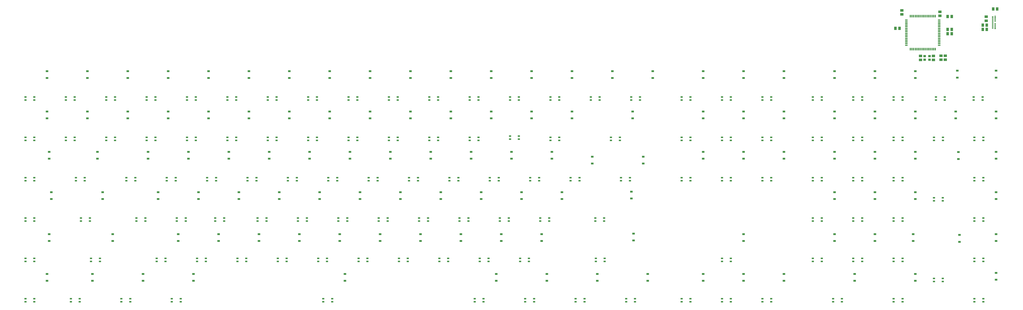
<source format=gbr>
G04 EAGLE Gerber RS-274X export*
G75*
%MOMM*%
%FSLAX34Y34*%
%LPD*%
%INSolderpaste Bottom*%
%IPPOS*%
%AMOC8*
5,1,8,0,0,1.08239X$1,22.5*%
G01*
%ADD10R,1.000000X0.750000*%
%ADD11R,1.220000X0.910000*%
%ADD12R,1.500000X1.300000*%
%ADD13R,1.300000X1.500000*%
%ADD14R,1.600000X1.300000*%
%ADD15R,1.300000X1.600000*%
%ADD16R,1.200000X1.100000*%
%ADD17R,0.558800X1.193800*%
%ADD18R,1.193800X0.558800*%
%ADD19R,0.800000X0.300000*%


D10*
X1991200Y831250D03*
X1949200Y831250D03*
X1949200Y816750D03*
X1991200Y816750D03*
X276700Y831250D03*
X234700Y831250D03*
X234700Y816750D03*
X276700Y816750D03*
X467200Y831250D03*
X425200Y831250D03*
X425200Y816750D03*
X467200Y816750D03*
X657700Y831250D03*
X615700Y831250D03*
X615700Y816750D03*
X657700Y816750D03*
X848200Y831250D03*
X806200Y831250D03*
X806200Y816750D03*
X848200Y816750D03*
X1038700Y831250D03*
X996700Y831250D03*
X996700Y816750D03*
X1038700Y816750D03*
X1229200Y831250D03*
X1187200Y831250D03*
X1187200Y816750D03*
X1229200Y816750D03*
X1419700Y831250D03*
X1377700Y831250D03*
X1377700Y816750D03*
X1419700Y816750D03*
X1610200Y831250D03*
X1568200Y831250D03*
X1568200Y816750D03*
X1610200Y816750D03*
X1800700Y831250D03*
X1758700Y831250D03*
X1758700Y816750D03*
X1800700Y816750D03*
X419600Y450250D03*
X377600Y450250D03*
X377600Y435750D03*
X419600Y435750D03*
X586300Y69250D03*
X544300Y69250D03*
X544300Y54750D03*
X586300Y54750D03*
X2015000Y69250D03*
X1973000Y69250D03*
X1973000Y54750D03*
X2015000Y54750D03*
X1276800Y259750D03*
X1234800Y259750D03*
X1234800Y245250D03*
X1276800Y245250D03*
X2705600Y640750D03*
X2663600Y640750D03*
X2663600Y626250D03*
X2705600Y626250D03*
X3610500Y1021750D03*
X3568500Y1021750D03*
X3568500Y1007250D03*
X3610500Y1007250D03*
X2658000Y831250D03*
X2616000Y831250D03*
X2616000Y816750D03*
X2658000Y816750D03*
X4372500Y69250D03*
X4330500Y69250D03*
X4330500Y54750D03*
X4372500Y54750D03*
X895800Y259750D03*
X853800Y259750D03*
X853800Y245250D03*
X895800Y245250D03*
X157600Y450250D03*
X115600Y450250D03*
X115600Y435750D03*
X157600Y435750D03*
X1848300Y259750D03*
X1806300Y259750D03*
X1806300Y245250D03*
X1848300Y245250D03*
X110000Y69250D03*
X68000Y69250D03*
X68000Y54750D03*
X110000Y54750D03*
X2729400Y69250D03*
X2687400Y69250D03*
X2687400Y54750D03*
X2729400Y54750D03*
X791367Y450248D03*
X749367Y450248D03*
X749367Y435748D03*
X791367Y435748D03*
D11*
X2051300Y953750D03*
X2051300Y921050D03*
X336800Y953750D03*
X336800Y921050D03*
X527300Y953750D03*
X527300Y921050D03*
X717800Y953750D03*
X717800Y921050D03*
X908300Y953750D03*
X908300Y921050D03*
X1098800Y953750D03*
X1098800Y921050D03*
X1289300Y953750D03*
X1289300Y921050D03*
X1479800Y953750D03*
X1479800Y921050D03*
X1670300Y953750D03*
X1670300Y921050D03*
X1860800Y953750D03*
X1860800Y921050D03*
X479700Y572750D03*
X479700Y540050D03*
X646400Y186670D03*
X646400Y153970D03*
X2075100Y186670D03*
X2075100Y153970D03*
D10*
X2181700Y837250D03*
X2139700Y837250D03*
X2139700Y822750D03*
X2181700Y822750D03*
D11*
X1336900Y374630D03*
X1336900Y341930D03*
X2768240Y740390D03*
X2768240Y707690D03*
X3670600Y1144250D03*
X3670600Y1111550D03*
X2718100Y953750D03*
X2718100Y921050D03*
X4432600Y191750D03*
X4432600Y159050D03*
X955900Y374630D03*
X955900Y341930D03*
X217700Y572750D03*
X217700Y540050D03*
X1908400Y374630D03*
X1908400Y341930D03*
X170100Y186670D03*
X170100Y153970D03*
X2789500Y186670D03*
X2789500Y153970D03*
X860700Y572750D03*
X860700Y540050D03*
X2241800Y953750D03*
X2241800Y921050D03*
X3051400Y763250D03*
X3051400Y730550D03*
X4432600Y374630D03*
X4432600Y341930D03*
X3241900Y186670D03*
X3241900Y153970D03*
X813100Y763250D03*
X813100Y730550D03*
D10*
X2991300Y640750D03*
X2949300Y640750D03*
X2949300Y626250D03*
X2991300Y626250D03*
X4372500Y259750D03*
X4330500Y259750D03*
X4330500Y245250D03*
X4372500Y245250D03*
D11*
X3241900Y763250D03*
X3241900Y730550D03*
X2711980Y575290D03*
X2711980Y542590D03*
X4259880Y370870D03*
X4259880Y338170D03*
X2432300Y953750D03*
X2432300Y921050D03*
X4254800Y762030D03*
X4254800Y729330D03*
X146300Y1144250D03*
X146300Y1111550D03*
X1051200Y572750D03*
X1051200Y540050D03*
X336800Y1144250D03*
X336800Y1111550D03*
X2051300Y1144250D03*
X2051300Y1111550D03*
X2241800Y1144250D03*
X2241800Y1111550D03*
X2432300Y1144250D03*
X2432300Y1111550D03*
X527300Y1144250D03*
X527300Y1111550D03*
X717800Y1144250D03*
X717800Y1111550D03*
X908300Y1144250D03*
X908300Y1111550D03*
X1098800Y1144250D03*
X1098800Y1111550D03*
X1289300Y1144250D03*
X1289300Y1111550D03*
X1479800Y1144250D03*
X1479800Y1111550D03*
X1670300Y1144250D03*
X1670300Y1111550D03*
X1860800Y1144250D03*
X1860800Y1111550D03*
X1241700Y572750D03*
X1241700Y540050D03*
X146300Y953750D03*
X146300Y921050D03*
X1432200Y572750D03*
X1432200Y540050D03*
X3241900Y953750D03*
X3241900Y921050D03*
X1765600Y763250D03*
X1765600Y730550D03*
X3051400Y953750D03*
X3051400Y921050D03*
X1622700Y572750D03*
X1622700Y540050D03*
X1813200Y572750D03*
X1813200Y540050D03*
X3765800Y186670D03*
X3765800Y153970D03*
X3670600Y374630D03*
X3670600Y341930D03*
X3861100Y374630D03*
X3861100Y341930D03*
X4041440Y374630D03*
X4041440Y341930D03*
X3670600Y572750D03*
X3670600Y540050D03*
X4432600Y763250D03*
X4432600Y730550D03*
X3861100Y572750D03*
X3861100Y540050D03*
X4051600Y572750D03*
X4051600Y540050D03*
X4432600Y572750D03*
X4432600Y540050D03*
X3670600Y763250D03*
X3670600Y730550D03*
X3861100Y763250D03*
X3861100Y730550D03*
X4051600Y763250D03*
X4051600Y730550D03*
X4051600Y953750D03*
X4051600Y921050D03*
X4242100Y953750D03*
X4242100Y921050D03*
X4051600Y186670D03*
X4051600Y153970D03*
X3861100Y953750D03*
X3861100Y921050D03*
X2003700Y572750D03*
X2003700Y540050D03*
X2337100Y763250D03*
X2337100Y730550D03*
X3051400Y186670D03*
X3051400Y153970D03*
X1717900Y374630D03*
X1717900Y341930D03*
X2551400Y186670D03*
X2551400Y153970D03*
X1527400Y374630D03*
X1527400Y341930D03*
X4051600Y1144250D03*
X4051600Y1111550D03*
X3670600Y953750D03*
X3670600Y921050D03*
X1956100Y763250D03*
X1956100Y730550D03*
D10*
X3181800Y69250D03*
X3139800Y69250D03*
X3139800Y54750D03*
X3181800Y54750D03*
D11*
X2146600Y763250D03*
X2146600Y730550D03*
X3432400Y1144250D03*
X3432400Y1111550D03*
X3861100Y1144250D03*
X3861100Y1111550D03*
X2098900Y374630D03*
X2098900Y341930D03*
X3432400Y763250D03*
X3432400Y730550D03*
X3432400Y953750D03*
X3432400Y921050D03*
X3051400Y1144250D03*
X3051400Y1111550D03*
X432100Y763250D03*
X432100Y730550D03*
X2384700Y572750D03*
X2384700Y540050D03*
X1003600Y763250D03*
X1003600Y730550D03*
X2527600Y740390D03*
X2527600Y707690D03*
X3432400Y186670D03*
X3432400Y153970D03*
X670200Y572750D03*
X670200Y540050D03*
X3241900Y1144250D03*
X3241900Y1111550D03*
X2194200Y572750D03*
X2194200Y540050D03*
X265400Y374630D03*
X265400Y341930D03*
X2722800Y377170D03*
X2722800Y344470D03*
X2289400Y374630D03*
X2289400Y341930D03*
X1360700Y186670D03*
X1360700Y153970D03*
X1194100Y763250D03*
X1194100Y730550D03*
X193900Y763250D03*
X193900Y730550D03*
X1575100Y763250D03*
X1575100Y730550D03*
X4432600Y953750D03*
X4432600Y921050D03*
X3241900Y374630D03*
X3241900Y341930D03*
X1146400Y374630D03*
X1146400Y341930D03*
X2622800Y1144250D03*
X2622800Y1111550D03*
X2813300Y1144250D03*
X2813300Y1111550D03*
X622600Y763250D03*
X622600Y730550D03*
X408200Y186670D03*
X408200Y153970D03*
X2313200Y186670D03*
X2313200Y153970D03*
X765400Y374630D03*
X765400Y341930D03*
X1384600Y763250D03*
X1384600Y730550D03*
X574900Y374630D03*
X574900Y341930D03*
D10*
X753000Y640750D03*
X711000Y640750D03*
X711000Y626250D03*
X753000Y626250D03*
X3181800Y640750D03*
X3139800Y640750D03*
X3139800Y626250D03*
X3181800Y626250D03*
X2372200Y831250D03*
X2330200Y831250D03*
X2330200Y816750D03*
X2372200Y816750D03*
X86200Y1021750D03*
X44200Y1021750D03*
X44200Y1007250D03*
X86200Y1007250D03*
X991100Y450250D03*
X949100Y450250D03*
X949100Y435750D03*
X991100Y435750D03*
X276700Y1021750D03*
X234700Y1021750D03*
X234700Y1007250D03*
X276700Y1007250D03*
X1991200Y1021750D03*
X1949200Y1021750D03*
X1949200Y1007250D03*
X1991200Y1007250D03*
X2181700Y1021750D03*
X2139700Y1021750D03*
X2139700Y1007250D03*
X2181700Y1007250D03*
X2372200Y1021750D03*
X2330200Y1021750D03*
X2330200Y1007250D03*
X2372200Y1007250D03*
X467200Y1021750D03*
X425200Y1021750D03*
X425200Y1007250D03*
X467200Y1007250D03*
X657700Y1021750D03*
X615700Y1021750D03*
X615700Y1007250D03*
X657700Y1007250D03*
X848200Y1021750D03*
X806200Y1021750D03*
X806200Y1007250D03*
X848200Y1007250D03*
X1038700Y1021750D03*
X996700Y1021750D03*
X996700Y1007250D03*
X1038700Y1007250D03*
X1229200Y1021750D03*
X1187200Y1021750D03*
X1187200Y1007250D03*
X1229200Y1007250D03*
X1419700Y1021750D03*
X1377700Y1021750D03*
X1377700Y1007250D03*
X1419700Y1007250D03*
X1610200Y1021750D03*
X1568200Y1021750D03*
X1568200Y1007250D03*
X1610200Y1007250D03*
X1800700Y1021750D03*
X1758700Y1021750D03*
X1758700Y1007250D03*
X1800700Y1007250D03*
X1181600Y450250D03*
X1139600Y450250D03*
X1139600Y435750D03*
X1181600Y435750D03*
X86200Y831250D03*
X44200Y831250D03*
X44200Y816750D03*
X86200Y816750D03*
X1372100Y450250D03*
X1330100Y450250D03*
X1330100Y435750D03*
X1372100Y435750D03*
X3181800Y831250D03*
X3139800Y831250D03*
X3139800Y816750D03*
X3181800Y816750D03*
X1705500Y640750D03*
X1663500Y640750D03*
X1663500Y626250D03*
X1705500Y626250D03*
X2991300Y831250D03*
X2949300Y831250D03*
X2949300Y816750D03*
X2991300Y816750D03*
X1562600Y450250D03*
X1520600Y450250D03*
X1520600Y435750D03*
X1562600Y435750D03*
X1753100Y450250D03*
X1711100Y450250D03*
X1711100Y435750D03*
X1753100Y435750D03*
X3705700Y69250D03*
X3663700Y69250D03*
X3663700Y54750D03*
X3705700Y54750D03*
X3610500Y259750D03*
X3568500Y259750D03*
X3568500Y245250D03*
X3610500Y245250D03*
X3801000Y259750D03*
X3759000Y259750D03*
X3759000Y245250D03*
X3801000Y245250D03*
X3991500Y259750D03*
X3949500Y259750D03*
X3949500Y245250D03*
X3991500Y245250D03*
X3610500Y450250D03*
X3568500Y450250D03*
X3568500Y435750D03*
X3610500Y435750D03*
X4372500Y640750D03*
X4330500Y640750D03*
X4330500Y626250D03*
X4372500Y626250D03*
X3801000Y450250D03*
X3759000Y450250D03*
X3759000Y435750D03*
X3801000Y435750D03*
X3991500Y450250D03*
X3949500Y450250D03*
X3949500Y435750D03*
X3991500Y435750D03*
X4372500Y450250D03*
X4330500Y450250D03*
X4330500Y435750D03*
X4372500Y435750D03*
X3610500Y640750D03*
X3568500Y640750D03*
X3568500Y626250D03*
X3610500Y626250D03*
X3801000Y640750D03*
X3759000Y640750D03*
X3759000Y626250D03*
X3801000Y626250D03*
X3991500Y640750D03*
X3949500Y640750D03*
X3949500Y626250D03*
X3991500Y626250D03*
X3991500Y831250D03*
X3949500Y831250D03*
X3949500Y816750D03*
X3991500Y816750D03*
X4182000Y831250D03*
X4140000Y831250D03*
X4140000Y816750D03*
X4182000Y816750D03*
X3991500Y69250D03*
X3949500Y69250D03*
X3949500Y54750D03*
X3991500Y54750D03*
X3801000Y831250D03*
X3759000Y831250D03*
X3759000Y816750D03*
X3801000Y816750D03*
X1943600Y450250D03*
X1901600Y450250D03*
X1901600Y435750D03*
X1943600Y435750D03*
X2277000Y640750D03*
X2235000Y640750D03*
X2235000Y626250D03*
X2277000Y626250D03*
X2991300Y69250D03*
X2949300Y69250D03*
X2949300Y54750D03*
X2991300Y54750D03*
X1657800Y259750D03*
X1615800Y259750D03*
X1615800Y245250D03*
X1657800Y245250D03*
X2491300Y69250D03*
X2449300Y69250D03*
X2449300Y54750D03*
X2491300Y54750D03*
X1467300Y259750D03*
X1425300Y259750D03*
X1425300Y245250D03*
X1467300Y245250D03*
X3991500Y1021750D03*
X3949500Y1021750D03*
X3949500Y1007250D03*
X3991500Y1007250D03*
X3610500Y831250D03*
X3568500Y831250D03*
X3568500Y816750D03*
X3610500Y816750D03*
X1896000Y640750D03*
X1854000Y640750D03*
X1854000Y626250D03*
X1896000Y626250D03*
X2086500Y640750D03*
X2044500Y640750D03*
X2044500Y626250D03*
X2086500Y626250D03*
X3372300Y1021750D03*
X3330300Y1021750D03*
X3330300Y1007250D03*
X3372300Y1007250D03*
X3801000Y1021750D03*
X3759000Y1021750D03*
X3759000Y1007250D03*
X3801000Y1007250D03*
X2038800Y259750D03*
X1996800Y259750D03*
X1996800Y245250D03*
X2038800Y245250D03*
X3372300Y640750D03*
X3330300Y640750D03*
X3330300Y626250D03*
X3372300Y626250D03*
X3372300Y831250D03*
X3330300Y831250D03*
X3330300Y816750D03*
X3372300Y816750D03*
X2991300Y1021750D03*
X2949300Y1021750D03*
X2949300Y1007250D03*
X2991300Y1007250D03*
X372000Y640750D03*
X330000Y640750D03*
X330000Y626250D03*
X372000Y626250D03*
X2324600Y450250D03*
X2282600Y450250D03*
X2282600Y435750D03*
X2324600Y435750D03*
X943500Y640750D03*
X901500Y640750D03*
X901500Y626250D03*
X943500Y626250D03*
X2467500Y640750D03*
X2425500Y640750D03*
X2425500Y626250D03*
X2467500Y626250D03*
X3372300Y69250D03*
X3330300Y69250D03*
X3330300Y54750D03*
X3372300Y54750D03*
X610100Y450250D03*
X568100Y450250D03*
X568100Y435750D03*
X610100Y435750D03*
X3181800Y1021750D03*
X3139800Y1021750D03*
X3139800Y1007250D03*
X3181800Y1007250D03*
X2134100Y450250D03*
X2092100Y450250D03*
X2092100Y435750D03*
X2134100Y435750D03*
X205300Y259750D03*
X163300Y259750D03*
X163300Y245250D03*
X205300Y245250D03*
X2586500Y259750D03*
X2544500Y259750D03*
X2544500Y245250D03*
X2586500Y245250D03*
X2229300Y259750D03*
X2187300Y259750D03*
X2187300Y245250D03*
X2229300Y245250D03*
X1300600Y69250D03*
X1258600Y69250D03*
X1258600Y54750D03*
X1300600Y54750D03*
X1134000Y640750D03*
X1092000Y640750D03*
X1092000Y626250D03*
X1134000Y626250D03*
X133800Y640750D03*
X91800Y640750D03*
X91800Y626250D03*
X133800Y626250D03*
X1515000Y640750D03*
X1473000Y640750D03*
X1473000Y626250D03*
X1515000Y626250D03*
X4372500Y831250D03*
X4330500Y831250D03*
X4330500Y816750D03*
X4372500Y816750D03*
X3181800Y259750D03*
X3139800Y259750D03*
X3139800Y245250D03*
X3181800Y245250D03*
X1086300Y259750D03*
X1044300Y259750D03*
X1044300Y245250D03*
X1086300Y245250D03*
X2562700Y1021750D03*
X2520700Y1021750D03*
X2520700Y1007250D03*
X2562700Y1007250D03*
X2753200Y1021750D03*
X2711200Y1021750D03*
X2711200Y1007250D03*
X2753200Y1007250D03*
X562500Y640750D03*
X520500Y640750D03*
X520500Y626250D03*
X562500Y626250D03*
X348100Y69250D03*
X306100Y69250D03*
X306100Y54750D03*
X348100Y54750D03*
X2253100Y69250D03*
X2211100Y69250D03*
X2211100Y54750D03*
X2253100Y54750D03*
X705300Y259750D03*
X663300Y259750D03*
X663300Y245250D03*
X705300Y245250D03*
X1324500Y640750D03*
X1282500Y640750D03*
X1282500Y626250D03*
X1324500Y626250D03*
X514800Y259750D03*
X472800Y259750D03*
X472800Y245250D03*
X514800Y245250D03*
D11*
X-44200Y1144250D03*
X-44200Y1111550D03*
X-44200Y953750D03*
X-44200Y921050D03*
X-34200Y763250D03*
X-34200Y730550D03*
X-24200Y572750D03*
X-24200Y540050D03*
X-34200Y374630D03*
X-34200Y341930D03*
X-44200Y186670D03*
X-44200Y153970D03*
X4432600Y1146350D03*
X4432600Y1113650D03*
D10*
X4369000Y1021750D03*
X4327000Y1021750D03*
X4327000Y1007250D03*
X4369000Y1007250D03*
X4191000Y1021750D03*
X4149000Y1021750D03*
X4149000Y1007250D03*
X4191000Y1007250D03*
D11*
X4250000Y1146350D03*
X4250000Y1113650D03*
D10*
X-104300Y1021750D03*
X-146300Y1021750D03*
X-146300Y1007250D03*
X-104300Y1007250D03*
X-104300Y831250D03*
X-146300Y831250D03*
X-146300Y816750D03*
X-104300Y816750D03*
X-104300Y640750D03*
X-146300Y640750D03*
X-146300Y626250D03*
X-104300Y626250D03*
X-104300Y450250D03*
X-146300Y450250D03*
X-146300Y435750D03*
X-104300Y435750D03*
X-104300Y259750D03*
X-146300Y259750D03*
X-146300Y245250D03*
X-104300Y245250D03*
X-104300Y69250D03*
X-146300Y69250D03*
X-146300Y54750D03*
X-104300Y54750D03*
D12*
X4076700Y1216000D03*
X4076700Y1197000D03*
X4137660Y1197000D03*
X4137660Y1216000D03*
X4168140Y1424534D03*
X4168140Y1405534D03*
X4172966Y1217016D03*
X4172966Y1198016D03*
D13*
X4204360Y1320546D03*
X4223360Y1320546D03*
D12*
X3988054Y1411884D03*
X3988054Y1430884D03*
D14*
X4193286Y1217016D03*
X4193286Y1198016D03*
D15*
X4388968Y1361440D03*
X4369968Y1361440D03*
X4388968Y1341120D03*
X4369968Y1341120D03*
D16*
X4095430Y1215250D03*
X4118930Y1215250D03*
X4118930Y1197750D03*
X4095430Y1197750D03*
D14*
X4386326Y1382166D03*
X4386326Y1401166D03*
D15*
X4419244Y1437640D03*
X4438244Y1437640D03*
X3957980Y1346200D03*
X3976980Y1346200D03*
D13*
X4223360Y1341120D03*
X4204360Y1341120D03*
D10*
X2583960Y450250D03*
X2541960Y450250D03*
X2541960Y435750D03*
X2583960Y435750D03*
D17*
X4145915Y1403477D03*
X4138041Y1403477D03*
X4130167Y1403477D03*
X4122293Y1403477D03*
X4114419Y1403477D03*
X4106545Y1403477D03*
X4098671Y1403477D03*
X4090797Y1403477D03*
X4082923Y1403477D03*
X4075049Y1403477D03*
X4067175Y1403477D03*
X4059301Y1403477D03*
X4051427Y1403477D03*
X4043553Y1403477D03*
X4035679Y1403477D03*
X4027805Y1403477D03*
D18*
X4164457Y1329817D03*
X4164457Y1337691D03*
X4164457Y1345565D03*
X4164457Y1353439D03*
X4164457Y1361313D03*
X4164457Y1369187D03*
X4164457Y1377061D03*
X4164457Y1384935D03*
X4164457Y1321943D03*
X4164457Y1314069D03*
X4164457Y1306195D03*
X4164457Y1298321D03*
X4164457Y1290447D03*
X4164457Y1282573D03*
X4164457Y1274699D03*
X4164457Y1266825D03*
D17*
X4145915Y1248283D03*
X4138041Y1248283D03*
X4130167Y1248283D03*
X4122293Y1248283D03*
X4114419Y1248283D03*
X4106545Y1248283D03*
X4098671Y1248283D03*
X4090797Y1248283D03*
X4082923Y1248283D03*
X4075049Y1248283D03*
X4067175Y1248283D03*
X4059301Y1248283D03*
X4051427Y1248283D03*
X4043553Y1248283D03*
X4035679Y1248283D03*
X4027805Y1248283D03*
D18*
X4009263Y1266825D03*
X4009263Y1274699D03*
X4009263Y1282573D03*
X4009263Y1290447D03*
X4009263Y1298321D03*
X4009263Y1306195D03*
X4009263Y1314069D03*
X4009263Y1321943D03*
X4009263Y1329817D03*
X4009263Y1337691D03*
X4009263Y1345565D03*
X4009263Y1353439D03*
X4009263Y1361313D03*
X4009263Y1369187D03*
X4009263Y1377061D03*
X4009263Y1384935D03*
D19*
X4416480Y1401640D03*
X4416480Y1396640D03*
X4416480Y1391640D03*
X4416480Y1386640D03*
X4416480Y1381640D03*
X4416480Y1376640D03*
X4416480Y1371640D03*
X4416480Y1366640D03*
X4416480Y1361640D03*
X4416480Y1356640D03*
X4416480Y1351640D03*
X4416480Y1346640D03*
X4428480Y1344140D03*
X4428480Y1349140D03*
X4428480Y1354140D03*
X4428480Y1359140D03*
X4428480Y1364140D03*
X4428480Y1369140D03*
X4428480Y1379140D03*
X4428480Y1384140D03*
X4428480Y1389140D03*
X4428480Y1394140D03*
X4428480Y1399140D03*
X4428480Y1404140D03*
D13*
X4204360Y1402080D03*
X4223360Y1402080D03*
D10*
X4181520Y546450D03*
X4139520Y546450D03*
X4139520Y531950D03*
X4181520Y531950D03*
X4181520Y165450D03*
X4139520Y165450D03*
X4139520Y150950D03*
X4181520Y150950D03*
M02*

</source>
